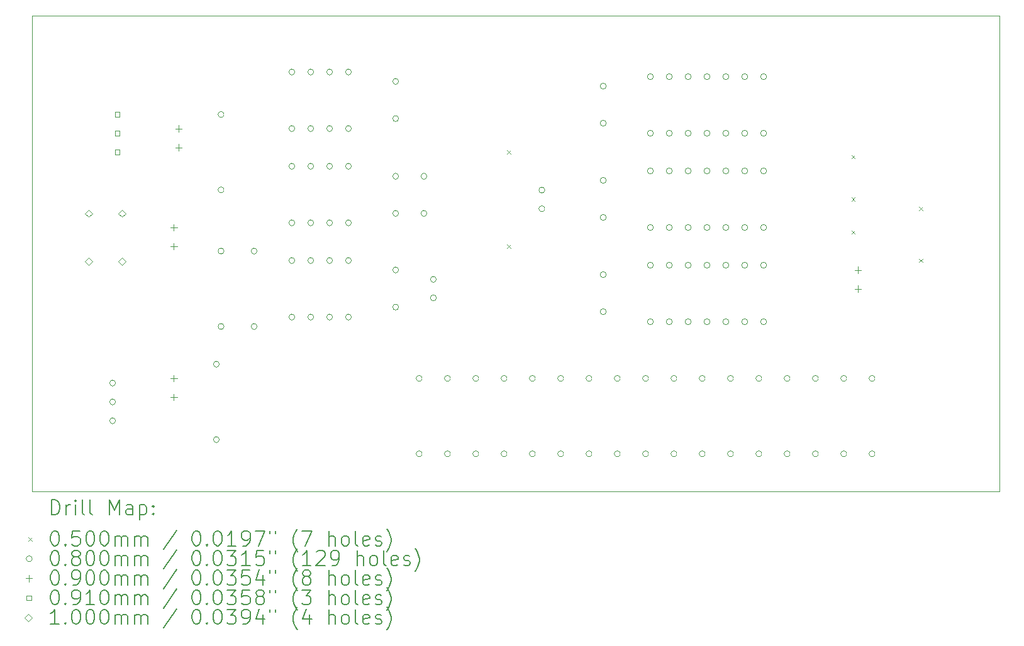
<source format=gbr>
%FSLAX45Y45*%
G04 Gerber Fmt 4.5, Leading zero omitted, Abs format (unit mm)*
G04 Created by KiCad (PCBNEW (6.0.0)) date 2022-01-09 16:02:59*
%MOMM*%
%LPD*%
G01*
G04 APERTURE LIST*
%TA.AperFunction,Profile*%
%ADD10C,0.050000*%
%TD*%
%ADD11C,0.200000*%
%ADD12C,0.050000*%
%ADD13C,0.080000*%
%ADD14C,0.090000*%
%ADD15C,0.091000*%
%ADD16C,0.099999*%
G04 APERTURE END LIST*
D10*
X9207500Y-13398500D02*
X9207500Y-6985000D01*
X9207500Y-6985000D02*
X22225000Y-6985000D01*
X9207500Y-13398500D02*
X22225000Y-13398500D01*
X22225000Y-6985000D02*
X22225000Y-13398500D01*
D11*
D12*
X15596000Y-8801500D02*
X15646000Y-8851500D01*
X15646000Y-8801500D02*
X15596000Y-8851500D01*
X15596000Y-10071500D02*
X15646000Y-10121500D01*
X15646000Y-10071500D02*
X15596000Y-10121500D01*
X20231500Y-8865000D02*
X20281500Y-8915000D01*
X20281500Y-8865000D02*
X20231500Y-8915000D01*
X20231500Y-9436500D02*
X20281500Y-9486500D01*
X20281500Y-9436500D02*
X20231500Y-9486500D01*
X20231500Y-9881000D02*
X20281500Y-9931000D01*
X20281500Y-9881000D02*
X20231500Y-9931000D01*
X21145000Y-9563500D02*
X21195000Y-9613500D01*
X21195000Y-9563500D02*
X21145000Y-9613500D01*
X21145000Y-10262000D02*
X21195000Y-10312000D01*
X21195000Y-10262000D02*
X21145000Y-10312000D01*
D13*
X10327000Y-11938000D02*
G75*
G03*
X10327000Y-11938000I-40000J0D01*
G01*
X10327000Y-12192000D02*
G75*
G03*
X10327000Y-12192000I-40000J0D01*
G01*
X10327000Y-12446000D02*
G75*
G03*
X10327000Y-12446000I-40000J0D01*
G01*
X11724000Y-11684000D02*
G75*
G03*
X11724000Y-11684000I-40000J0D01*
G01*
X11724000Y-12700000D02*
G75*
G03*
X11724000Y-12700000I-40000J0D01*
G01*
X11787500Y-8318500D02*
G75*
G03*
X11787500Y-8318500I-40000J0D01*
G01*
X11787500Y-9334500D02*
G75*
G03*
X11787500Y-9334500I-40000J0D01*
G01*
X11787500Y-10160000D02*
G75*
G03*
X11787500Y-10160000I-40000J0D01*
G01*
X11787500Y-11176000D02*
G75*
G03*
X11787500Y-11176000I-40000J0D01*
G01*
X12232000Y-10160000D02*
G75*
G03*
X12232000Y-10160000I-40000J0D01*
G01*
X12232000Y-11176000D02*
G75*
G03*
X12232000Y-11176000I-40000J0D01*
G01*
X12740000Y-7747000D02*
G75*
G03*
X12740000Y-7747000I-40000J0D01*
G01*
X12740000Y-8509000D02*
G75*
G03*
X12740000Y-8509000I-40000J0D01*
G01*
X12740000Y-9017000D02*
G75*
G03*
X12740000Y-9017000I-40000J0D01*
G01*
X12740000Y-9779000D02*
G75*
G03*
X12740000Y-9779000I-40000J0D01*
G01*
X12740000Y-10287000D02*
G75*
G03*
X12740000Y-10287000I-40000J0D01*
G01*
X12740000Y-11049000D02*
G75*
G03*
X12740000Y-11049000I-40000J0D01*
G01*
X12994000Y-7747000D02*
G75*
G03*
X12994000Y-7747000I-40000J0D01*
G01*
X12994000Y-8509000D02*
G75*
G03*
X12994000Y-8509000I-40000J0D01*
G01*
X12994000Y-9017000D02*
G75*
G03*
X12994000Y-9017000I-40000J0D01*
G01*
X12994000Y-9779000D02*
G75*
G03*
X12994000Y-9779000I-40000J0D01*
G01*
X12994000Y-10287000D02*
G75*
G03*
X12994000Y-10287000I-40000J0D01*
G01*
X12994000Y-11049000D02*
G75*
G03*
X12994000Y-11049000I-40000J0D01*
G01*
X13248000Y-7747000D02*
G75*
G03*
X13248000Y-7747000I-40000J0D01*
G01*
X13248000Y-8509000D02*
G75*
G03*
X13248000Y-8509000I-40000J0D01*
G01*
X13248000Y-9017000D02*
G75*
G03*
X13248000Y-9017000I-40000J0D01*
G01*
X13248000Y-9779000D02*
G75*
G03*
X13248000Y-9779000I-40000J0D01*
G01*
X13248000Y-10287000D02*
G75*
G03*
X13248000Y-10287000I-40000J0D01*
G01*
X13248000Y-11049000D02*
G75*
G03*
X13248000Y-11049000I-40000J0D01*
G01*
X13502000Y-7747000D02*
G75*
G03*
X13502000Y-7747000I-40000J0D01*
G01*
X13502000Y-8509000D02*
G75*
G03*
X13502000Y-8509000I-40000J0D01*
G01*
X13502000Y-9017000D02*
G75*
G03*
X13502000Y-9017000I-40000J0D01*
G01*
X13502000Y-9779000D02*
G75*
G03*
X13502000Y-9779000I-40000J0D01*
G01*
X13502000Y-10287000D02*
G75*
G03*
X13502000Y-10287000I-40000J0D01*
G01*
X13502000Y-11049000D02*
G75*
G03*
X13502000Y-11049000I-40000J0D01*
G01*
X14137000Y-7874000D02*
G75*
G03*
X14137000Y-7874000I-40000J0D01*
G01*
X14137000Y-8374000D02*
G75*
G03*
X14137000Y-8374000I-40000J0D01*
G01*
X14137000Y-9152000D02*
G75*
G03*
X14137000Y-9152000I-40000J0D01*
G01*
X14137000Y-9652000D02*
G75*
G03*
X14137000Y-9652000I-40000J0D01*
G01*
X14137000Y-10414000D02*
G75*
G03*
X14137000Y-10414000I-40000J0D01*
G01*
X14137000Y-10914000D02*
G75*
G03*
X14137000Y-10914000I-40000J0D01*
G01*
X14454500Y-11874500D02*
G75*
G03*
X14454500Y-11874500I-40000J0D01*
G01*
X14454500Y-12890500D02*
G75*
G03*
X14454500Y-12890500I-40000J0D01*
G01*
X14518000Y-9152000D02*
G75*
G03*
X14518000Y-9152000I-40000J0D01*
G01*
X14518000Y-9652000D02*
G75*
G03*
X14518000Y-9652000I-40000J0D01*
G01*
X14645000Y-10541000D02*
G75*
G03*
X14645000Y-10541000I-40000J0D01*
G01*
X14645000Y-10791000D02*
G75*
G03*
X14645000Y-10791000I-40000J0D01*
G01*
X14835500Y-11874500D02*
G75*
G03*
X14835500Y-11874500I-40000J0D01*
G01*
X14835500Y-12890500D02*
G75*
G03*
X14835500Y-12890500I-40000J0D01*
G01*
X15216500Y-11874500D02*
G75*
G03*
X15216500Y-11874500I-40000J0D01*
G01*
X15216500Y-12890500D02*
G75*
G03*
X15216500Y-12890500I-40000J0D01*
G01*
X15597500Y-11874500D02*
G75*
G03*
X15597500Y-11874500I-40000J0D01*
G01*
X15597500Y-12890500D02*
G75*
G03*
X15597500Y-12890500I-40000J0D01*
G01*
X15978500Y-11874500D02*
G75*
G03*
X15978500Y-11874500I-40000J0D01*
G01*
X15978500Y-12890500D02*
G75*
G03*
X15978500Y-12890500I-40000J0D01*
G01*
X16105500Y-9338500D02*
G75*
G03*
X16105500Y-9338500I-40000J0D01*
G01*
X16105500Y-9588500D02*
G75*
G03*
X16105500Y-9588500I-40000J0D01*
G01*
X16359500Y-11874500D02*
G75*
G03*
X16359500Y-11874500I-40000J0D01*
G01*
X16359500Y-12890500D02*
G75*
G03*
X16359500Y-12890500I-40000J0D01*
G01*
X16740500Y-11874500D02*
G75*
G03*
X16740500Y-11874500I-40000J0D01*
G01*
X16740500Y-12890500D02*
G75*
G03*
X16740500Y-12890500I-40000J0D01*
G01*
X16931000Y-7937500D02*
G75*
G03*
X16931000Y-7937500I-40000J0D01*
G01*
X16931000Y-8437500D02*
G75*
G03*
X16931000Y-8437500I-40000J0D01*
G01*
X16931000Y-9207500D02*
G75*
G03*
X16931000Y-9207500I-40000J0D01*
G01*
X16931000Y-9707500D02*
G75*
G03*
X16931000Y-9707500I-40000J0D01*
G01*
X16931000Y-10477500D02*
G75*
G03*
X16931000Y-10477500I-40000J0D01*
G01*
X16931000Y-10977500D02*
G75*
G03*
X16931000Y-10977500I-40000J0D01*
G01*
X17121500Y-11874500D02*
G75*
G03*
X17121500Y-11874500I-40000J0D01*
G01*
X17121500Y-12890500D02*
G75*
G03*
X17121500Y-12890500I-40000J0D01*
G01*
X17502500Y-11874500D02*
G75*
G03*
X17502500Y-11874500I-40000J0D01*
G01*
X17502500Y-12890500D02*
G75*
G03*
X17502500Y-12890500I-40000J0D01*
G01*
X17566000Y-7810500D02*
G75*
G03*
X17566000Y-7810500I-40000J0D01*
G01*
X17566000Y-8572500D02*
G75*
G03*
X17566000Y-8572500I-40000J0D01*
G01*
X17566000Y-9080500D02*
G75*
G03*
X17566000Y-9080500I-40000J0D01*
G01*
X17566000Y-9842500D02*
G75*
G03*
X17566000Y-9842500I-40000J0D01*
G01*
X17566000Y-10350500D02*
G75*
G03*
X17566000Y-10350500I-40000J0D01*
G01*
X17566000Y-11112500D02*
G75*
G03*
X17566000Y-11112500I-40000J0D01*
G01*
X17820000Y-7810500D02*
G75*
G03*
X17820000Y-7810500I-40000J0D01*
G01*
X17820000Y-8572500D02*
G75*
G03*
X17820000Y-8572500I-40000J0D01*
G01*
X17820000Y-9080500D02*
G75*
G03*
X17820000Y-9080500I-40000J0D01*
G01*
X17820000Y-9842500D02*
G75*
G03*
X17820000Y-9842500I-40000J0D01*
G01*
X17820000Y-10350500D02*
G75*
G03*
X17820000Y-10350500I-40000J0D01*
G01*
X17820000Y-11112500D02*
G75*
G03*
X17820000Y-11112500I-40000J0D01*
G01*
X17883500Y-11874500D02*
G75*
G03*
X17883500Y-11874500I-40000J0D01*
G01*
X17883500Y-12890500D02*
G75*
G03*
X17883500Y-12890500I-40000J0D01*
G01*
X18074000Y-7810500D02*
G75*
G03*
X18074000Y-7810500I-40000J0D01*
G01*
X18074000Y-8572500D02*
G75*
G03*
X18074000Y-8572500I-40000J0D01*
G01*
X18074000Y-9080500D02*
G75*
G03*
X18074000Y-9080500I-40000J0D01*
G01*
X18074000Y-9842500D02*
G75*
G03*
X18074000Y-9842500I-40000J0D01*
G01*
X18074000Y-10350500D02*
G75*
G03*
X18074000Y-10350500I-40000J0D01*
G01*
X18074000Y-11112500D02*
G75*
G03*
X18074000Y-11112500I-40000J0D01*
G01*
X18264500Y-11874500D02*
G75*
G03*
X18264500Y-11874500I-40000J0D01*
G01*
X18264500Y-12890500D02*
G75*
G03*
X18264500Y-12890500I-40000J0D01*
G01*
X18328000Y-7810500D02*
G75*
G03*
X18328000Y-7810500I-40000J0D01*
G01*
X18328000Y-8572500D02*
G75*
G03*
X18328000Y-8572500I-40000J0D01*
G01*
X18328000Y-9080500D02*
G75*
G03*
X18328000Y-9080500I-40000J0D01*
G01*
X18328000Y-9842500D02*
G75*
G03*
X18328000Y-9842500I-40000J0D01*
G01*
X18328000Y-10350500D02*
G75*
G03*
X18328000Y-10350500I-40000J0D01*
G01*
X18328000Y-11112500D02*
G75*
G03*
X18328000Y-11112500I-40000J0D01*
G01*
X18582000Y-7810500D02*
G75*
G03*
X18582000Y-7810500I-40000J0D01*
G01*
X18582000Y-8572500D02*
G75*
G03*
X18582000Y-8572500I-40000J0D01*
G01*
X18582000Y-9080500D02*
G75*
G03*
X18582000Y-9080500I-40000J0D01*
G01*
X18582000Y-9842500D02*
G75*
G03*
X18582000Y-9842500I-40000J0D01*
G01*
X18582000Y-10350500D02*
G75*
G03*
X18582000Y-10350500I-40000J0D01*
G01*
X18582000Y-11112500D02*
G75*
G03*
X18582000Y-11112500I-40000J0D01*
G01*
X18645500Y-11874500D02*
G75*
G03*
X18645500Y-11874500I-40000J0D01*
G01*
X18645500Y-12890500D02*
G75*
G03*
X18645500Y-12890500I-40000J0D01*
G01*
X18836000Y-7810500D02*
G75*
G03*
X18836000Y-7810500I-40000J0D01*
G01*
X18836000Y-8572500D02*
G75*
G03*
X18836000Y-8572500I-40000J0D01*
G01*
X18836000Y-9080500D02*
G75*
G03*
X18836000Y-9080500I-40000J0D01*
G01*
X18836000Y-9842500D02*
G75*
G03*
X18836000Y-9842500I-40000J0D01*
G01*
X18836000Y-10350500D02*
G75*
G03*
X18836000Y-10350500I-40000J0D01*
G01*
X18836000Y-11112500D02*
G75*
G03*
X18836000Y-11112500I-40000J0D01*
G01*
X19026500Y-11874500D02*
G75*
G03*
X19026500Y-11874500I-40000J0D01*
G01*
X19026500Y-12890500D02*
G75*
G03*
X19026500Y-12890500I-40000J0D01*
G01*
X19090000Y-7810500D02*
G75*
G03*
X19090000Y-7810500I-40000J0D01*
G01*
X19090000Y-8572500D02*
G75*
G03*
X19090000Y-8572500I-40000J0D01*
G01*
X19090000Y-9080500D02*
G75*
G03*
X19090000Y-9080500I-40000J0D01*
G01*
X19090000Y-9842500D02*
G75*
G03*
X19090000Y-9842500I-40000J0D01*
G01*
X19090000Y-10350500D02*
G75*
G03*
X19090000Y-10350500I-40000J0D01*
G01*
X19090000Y-11112500D02*
G75*
G03*
X19090000Y-11112500I-40000J0D01*
G01*
X19407500Y-11874500D02*
G75*
G03*
X19407500Y-11874500I-40000J0D01*
G01*
X19407500Y-12890500D02*
G75*
G03*
X19407500Y-12890500I-40000J0D01*
G01*
X19788500Y-11874500D02*
G75*
G03*
X19788500Y-11874500I-40000J0D01*
G01*
X19788500Y-12890500D02*
G75*
G03*
X19788500Y-12890500I-40000J0D01*
G01*
X20169500Y-11874500D02*
G75*
G03*
X20169500Y-11874500I-40000J0D01*
G01*
X20169500Y-12890500D02*
G75*
G03*
X20169500Y-12890500I-40000J0D01*
G01*
X20550500Y-11874500D02*
G75*
G03*
X20550500Y-11874500I-40000J0D01*
G01*
X20550500Y-12890500D02*
G75*
G03*
X20550500Y-12890500I-40000J0D01*
G01*
D14*
X11112500Y-9797500D02*
X11112500Y-9887500D01*
X11067500Y-9842500D02*
X11157500Y-9842500D01*
X11112500Y-10051500D02*
X11112500Y-10141500D01*
X11067500Y-10096500D02*
X11157500Y-10096500D01*
X11112500Y-11829500D02*
X11112500Y-11919500D01*
X11067500Y-11874500D02*
X11157500Y-11874500D01*
X11112500Y-12083500D02*
X11112500Y-12173500D01*
X11067500Y-12128500D02*
X11157500Y-12128500D01*
X11176000Y-8464000D02*
X11176000Y-8554000D01*
X11131000Y-8509000D02*
X11221000Y-8509000D01*
X11176000Y-8718000D02*
X11176000Y-8808000D01*
X11131000Y-8763000D02*
X11221000Y-8763000D01*
X20320000Y-10369000D02*
X20320000Y-10459000D01*
X20275000Y-10414000D02*
X20365000Y-10414000D01*
X20320000Y-10623000D02*
X20320000Y-10713000D01*
X20275000Y-10668000D02*
X20365000Y-10668000D01*
D15*
X10382674Y-8350674D02*
X10382674Y-8286326D01*
X10318326Y-8286326D01*
X10318326Y-8350674D01*
X10382674Y-8350674D01*
X10382674Y-8604674D02*
X10382674Y-8540326D01*
X10318326Y-8540326D01*
X10318326Y-8604674D01*
X10382674Y-8604674D01*
X10382674Y-8858674D02*
X10382674Y-8794326D01*
X10318326Y-8794326D01*
X10318326Y-8858674D01*
X10382674Y-8858674D01*
D16*
X9964000Y-9702000D02*
X10014000Y-9652000D01*
X9964000Y-9602000D01*
X9914000Y-9652000D01*
X9964000Y-9702000D01*
X9964000Y-10352000D02*
X10014000Y-10302000D01*
X9964000Y-10252000D01*
X9914000Y-10302000D01*
X9964000Y-10352000D01*
X10414000Y-9702000D02*
X10464000Y-9652000D01*
X10414000Y-9602000D01*
X10364000Y-9652000D01*
X10414000Y-9702000D01*
X10414000Y-10352000D02*
X10464000Y-10302000D01*
X10414000Y-10252000D01*
X10364000Y-10302000D01*
X10414000Y-10352000D01*
D11*
X9462619Y-13711476D02*
X9462619Y-13511476D01*
X9510238Y-13511476D01*
X9538810Y-13521000D01*
X9557857Y-13540048D01*
X9567381Y-13559095D01*
X9576905Y-13597190D01*
X9576905Y-13625762D01*
X9567381Y-13663857D01*
X9557857Y-13682905D01*
X9538810Y-13701952D01*
X9510238Y-13711476D01*
X9462619Y-13711476D01*
X9662619Y-13711476D02*
X9662619Y-13578143D01*
X9662619Y-13616238D02*
X9672143Y-13597190D01*
X9681667Y-13587667D01*
X9700714Y-13578143D01*
X9719762Y-13578143D01*
X9786429Y-13711476D02*
X9786429Y-13578143D01*
X9786429Y-13511476D02*
X9776905Y-13521000D01*
X9786429Y-13530524D01*
X9795952Y-13521000D01*
X9786429Y-13511476D01*
X9786429Y-13530524D01*
X9910238Y-13711476D02*
X9891190Y-13701952D01*
X9881667Y-13682905D01*
X9881667Y-13511476D01*
X10015000Y-13711476D02*
X9995952Y-13701952D01*
X9986429Y-13682905D01*
X9986429Y-13511476D01*
X10243571Y-13711476D02*
X10243571Y-13511476D01*
X10310238Y-13654333D01*
X10376905Y-13511476D01*
X10376905Y-13711476D01*
X10557857Y-13711476D02*
X10557857Y-13606714D01*
X10548333Y-13587667D01*
X10529286Y-13578143D01*
X10491190Y-13578143D01*
X10472143Y-13587667D01*
X10557857Y-13701952D02*
X10538810Y-13711476D01*
X10491190Y-13711476D01*
X10472143Y-13701952D01*
X10462619Y-13682905D01*
X10462619Y-13663857D01*
X10472143Y-13644809D01*
X10491190Y-13635286D01*
X10538810Y-13635286D01*
X10557857Y-13625762D01*
X10653095Y-13578143D02*
X10653095Y-13778143D01*
X10653095Y-13587667D02*
X10672143Y-13578143D01*
X10710238Y-13578143D01*
X10729286Y-13587667D01*
X10738810Y-13597190D01*
X10748333Y-13616238D01*
X10748333Y-13673381D01*
X10738810Y-13692428D01*
X10729286Y-13701952D01*
X10710238Y-13711476D01*
X10672143Y-13711476D01*
X10653095Y-13701952D01*
X10834048Y-13692428D02*
X10843571Y-13701952D01*
X10834048Y-13711476D01*
X10824524Y-13701952D01*
X10834048Y-13692428D01*
X10834048Y-13711476D01*
X10834048Y-13587667D02*
X10843571Y-13597190D01*
X10834048Y-13606714D01*
X10824524Y-13597190D01*
X10834048Y-13587667D01*
X10834048Y-13606714D01*
D12*
X9155000Y-14016000D02*
X9205000Y-14066000D01*
X9205000Y-14016000D02*
X9155000Y-14066000D01*
D11*
X9500714Y-13931476D02*
X9519762Y-13931476D01*
X9538810Y-13941000D01*
X9548333Y-13950524D01*
X9557857Y-13969571D01*
X9567381Y-14007667D01*
X9567381Y-14055286D01*
X9557857Y-14093381D01*
X9548333Y-14112428D01*
X9538810Y-14121952D01*
X9519762Y-14131476D01*
X9500714Y-14131476D01*
X9481667Y-14121952D01*
X9472143Y-14112428D01*
X9462619Y-14093381D01*
X9453095Y-14055286D01*
X9453095Y-14007667D01*
X9462619Y-13969571D01*
X9472143Y-13950524D01*
X9481667Y-13941000D01*
X9500714Y-13931476D01*
X9653095Y-14112428D02*
X9662619Y-14121952D01*
X9653095Y-14131476D01*
X9643571Y-14121952D01*
X9653095Y-14112428D01*
X9653095Y-14131476D01*
X9843571Y-13931476D02*
X9748333Y-13931476D01*
X9738810Y-14026714D01*
X9748333Y-14017190D01*
X9767381Y-14007667D01*
X9815000Y-14007667D01*
X9834048Y-14017190D01*
X9843571Y-14026714D01*
X9853095Y-14045762D01*
X9853095Y-14093381D01*
X9843571Y-14112428D01*
X9834048Y-14121952D01*
X9815000Y-14131476D01*
X9767381Y-14131476D01*
X9748333Y-14121952D01*
X9738810Y-14112428D01*
X9976905Y-13931476D02*
X9995952Y-13931476D01*
X10015000Y-13941000D01*
X10024524Y-13950524D01*
X10034048Y-13969571D01*
X10043571Y-14007667D01*
X10043571Y-14055286D01*
X10034048Y-14093381D01*
X10024524Y-14112428D01*
X10015000Y-14121952D01*
X9995952Y-14131476D01*
X9976905Y-14131476D01*
X9957857Y-14121952D01*
X9948333Y-14112428D01*
X9938810Y-14093381D01*
X9929286Y-14055286D01*
X9929286Y-14007667D01*
X9938810Y-13969571D01*
X9948333Y-13950524D01*
X9957857Y-13941000D01*
X9976905Y-13931476D01*
X10167381Y-13931476D02*
X10186429Y-13931476D01*
X10205476Y-13941000D01*
X10215000Y-13950524D01*
X10224524Y-13969571D01*
X10234048Y-14007667D01*
X10234048Y-14055286D01*
X10224524Y-14093381D01*
X10215000Y-14112428D01*
X10205476Y-14121952D01*
X10186429Y-14131476D01*
X10167381Y-14131476D01*
X10148333Y-14121952D01*
X10138810Y-14112428D01*
X10129286Y-14093381D01*
X10119762Y-14055286D01*
X10119762Y-14007667D01*
X10129286Y-13969571D01*
X10138810Y-13950524D01*
X10148333Y-13941000D01*
X10167381Y-13931476D01*
X10319762Y-14131476D02*
X10319762Y-13998143D01*
X10319762Y-14017190D02*
X10329286Y-14007667D01*
X10348333Y-13998143D01*
X10376905Y-13998143D01*
X10395952Y-14007667D01*
X10405476Y-14026714D01*
X10405476Y-14131476D01*
X10405476Y-14026714D02*
X10415000Y-14007667D01*
X10434048Y-13998143D01*
X10462619Y-13998143D01*
X10481667Y-14007667D01*
X10491190Y-14026714D01*
X10491190Y-14131476D01*
X10586429Y-14131476D02*
X10586429Y-13998143D01*
X10586429Y-14017190D02*
X10595952Y-14007667D01*
X10615000Y-13998143D01*
X10643571Y-13998143D01*
X10662619Y-14007667D01*
X10672143Y-14026714D01*
X10672143Y-14131476D01*
X10672143Y-14026714D02*
X10681667Y-14007667D01*
X10700714Y-13998143D01*
X10729286Y-13998143D01*
X10748333Y-14007667D01*
X10757857Y-14026714D01*
X10757857Y-14131476D01*
X11148333Y-13921952D02*
X10976905Y-14179095D01*
X11405476Y-13931476D02*
X11424524Y-13931476D01*
X11443571Y-13941000D01*
X11453095Y-13950524D01*
X11462619Y-13969571D01*
X11472143Y-14007667D01*
X11472143Y-14055286D01*
X11462619Y-14093381D01*
X11453095Y-14112428D01*
X11443571Y-14121952D01*
X11424524Y-14131476D01*
X11405476Y-14131476D01*
X11386428Y-14121952D01*
X11376905Y-14112428D01*
X11367381Y-14093381D01*
X11357857Y-14055286D01*
X11357857Y-14007667D01*
X11367381Y-13969571D01*
X11376905Y-13950524D01*
X11386428Y-13941000D01*
X11405476Y-13931476D01*
X11557857Y-14112428D02*
X11567381Y-14121952D01*
X11557857Y-14131476D01*
X11548333Y-14121952D01*
X11557857Y-14112428D01*
X11557857Y-14131476D01*
X11691190Y-13931476D02*
X11710238Y-13931476D01*
X11729286Y-13941000D01*
X11738809Y-13950524D01*
X11748333Y-13969571D01*
X11757857Y-14007667D01*
X11757857Y-14055286D01*
X11748333Y-14093381D01*
X11738809Y-14112428D01*
X11729286Y-14121952D01*
X11710238Y-14131476D01*
X11691190Y-14131476D01*
X11672143Y-14121952D01*
X11662619Y-14112428D01*
X11653095Y-14093381D01*
X11643571Y-14055286D01*
X11643571Y-14007667D01*
X11653095Y-13969571D01*
X11662619Y-13950524D01*
X11672143Y-13941000D01*
X11691190Y-13931476D01*
X11948333Y-14131476D02*
X11834048Y-14131476D01*
X11891190Y-14131476D02*
X11891190Y-13931476D01*
X11872143Y-13960048D01*
X11853095Y-13979095D01*
X11834048Y-13988619D01*
X12043571Y-14131476D02*
X12081667Y-14131476D01*
X12100714Y-14121952D01*
X12110238Y-14112428D01*
X12129286Y-14083857D01*
X12138809Y-14045762D01*
X12138809Y-13969571D01*
X12129286Y-13950524D01*
X12119762Y-13941000D01*
X12100714Y-13931476D01*
X12062619Y-13931476D01*
X12043571Y-13941000D01*
X12034048Y-13950524D01*
X12024524Y-13969571D01*
X12024524Y-14017190D01*
X12034048Y-14036238D01*
X12043571Y-14045762D01*
X12062619Y-14055286D01*
X12100714Y-14055286D01*
X12119762Y-14045762D01*
X12129286Y-14036238D01*
X12138809Y-14017190D01*
X12205476Y-13931476D02*
X12338809Y-13931476D01*
X12253095Y-14131476D01*
X12405476Y-13931476D02*
X12405476Y-13969571D01*
X12481667Y-13931476D02*
X12481667Y-13969571D01*
X12776905Y-14207667D02*
X12767381Y-14198143D01*
X12748333Y-14169571D01*
X12738809Y-14150524D01*
X12729286Y-14121952D01*
X12719762Y-14074333D01*
X12719762Y-14036238D01*
X12729286Y-13988619D01*
X12738809Y-13960048D01*
X12748333Y-13941000D01*
X12767381Y-13912428D01*
X12776905Y-13902905D01*
X12834048Y-13931476D02*
X12967381Y-13931476D01*
X12881667Y-14131476D01*
X13195952Y-14131476D02*
X13195952Y-13931476D01*
X13281667Y-14131476D02*
X13281667Y-14026714D01*
X13272143Y-14007667D01*
X13253095Y-13998143D01*
X13224524Y-13998143D01*
X13205476Y-14007667D01*
X13195952Y-14017190D01*
X13405476Y-14131476D02*
X13386428Y-14121952D01*
X13376905Y-14112428D01*
X13367381Y-14093381D01*
X13367381Y-14036238D01*
X13376905Y-14017190D01*
X13386428Y-14007667D01*
X13405476Y-13998143D01*
X13434048Y-13998143D01*
X13453095Y-14007667D01*
X13462619Y-14017190D01*
X13472143Y-14036238D01*
X13472143Y-14093381D01*
X13462619Y-14112428D01*
X13453095Y-14121952D01*
X13434048Y-14131476D01*
X13405476Y-14131476D01*
X13586428Y-14131476D02*
X13567381Y-14121952D01*
X13557857Y-14102905D01*
X13557857Y-13931476D01*
X13738809Y-14121952D02*
X13719762Y-14131476D01*
X13681667Y-14131476D01*
X13662619Y-14121952D01*
X13653095Y-14102905D01*
X13653095Y-14026714D01*
X13662619Y-14007667D01*
X13681667Y-13998143D01*
X13719762Y-13998143D01*
X13738809Y-14007667D01*
X13748333Y-14026714D01*
X13748333Y-14045762D01*
X13653095Y-14064809D01*
X13824524Y-14121952D02*
X13843571Y-14131476D01*
X13881667Y-14131476D01*
X13900714Y-14121952D01*
X13910238Y-14102905D01*
X13910238Y-14093381D01*
X13900714Y-14074333D01*
X13881667Y-14064809D01*
X13853095Y-14064809D01*
X13834048Y-14055286D01*
X13824524Y-14036238D01*
X13824524Y-14026714D01*
X13834048Y-14007667D01*
X13853095Y-13998143D01*
X13881667Y-13998143D01*
X13900714Y-14007667D01*
X13976905Y-14207667D02*
X13986428Y-14198143D01*
X14005476Y-14169571D01*
X14015000Y-14150524D01*
X14024524Y-14121952D01*
X14034048Y-14074333D01*
X14034048Y-14036238D01*
X14024524Y-13988619D01*
X14015000Y-13960048D01*
X14005476Y-13941000D01*
X13986428Y-13912428D01*
X13976905Y-13902905D01*
D13*
X9205000Y-14305000D02*
G75*
G03*
X9205000Y-14305000I-40000J0D01*
G01*
D11*
X9500714Y-14195476D02*
X9519762Y-14195476D01*
X9538810Y-14205000D01*
X9548333Y-14214524D01*
X9557857Y-14233571D01*
X9567381Y-14271667D01*
X9567381Y-14319286D01*
X9557857Y-14357381D01*
X9548333Y-14376428D01*
X9538810Y-14385952D01*
X9519762Y-14395476D01*
X9500714Y-14395476D01*
X9481667Y-14385952D01*
X9472143Y-14376428D01*
X9462619Y-14357381D01*
X9453095Y-14319286D01*
X9453095Y-14271667D01*
X9462619Y-14233571D01*
X9472143Y-14214524D01*
X9481667Y-14205000D01*
X9500714Y-14195476D01*
X9653095Y-14376428D02*
X9662619Y-14385952D01*
X9653095Y-14395476D01*
X9643571Y-14385952D01*
X9653095Y-14376428D01*
X9653095Y-14395476D01*
X9776905Y-14281190D02*
X9757857Y-14271667D01*
X9748333Y-14262143D01*
X9738810Y-14243095D01*
X9738810Y-14233571D01*
X9748333Y-14214524D01*
X9757857Y-14205000D01*
X9776905Y-14195476D01*
X9815000Y-14195476D01*
X9834048Y-14205000D01*
X9843571Y-14214524D01*
X9853095Y-14233571D01*
X9853095Y-14243095D01*
X9843571Y-14262143D01*
X9834048Y-14271667D01*
X9815000Y-14281190D01*
X9776905Y-14281190D01*
X9757857Y-14290714D01*
X9748333Y-14300238D01*
X9738810Y-14319286D01*
X9738810Y-14357381D01*
X9748333Y-14376428D01*
X9757857Y-14385952D01*
X9776905Y-14395476D01*
X9815000Y-14395476D01*
X9834048Y-14385952D01*
X9843571Y-14376428D01*
X9853095Y-14357381D01*
X9853095Y-14319286D01*
X9843571Y-14300238D01*
X9834048Y-14290714D01*
X9815000Y-14281190D01*
X9976905Y-14195476D02*
X9995952Y-14195476D01*
X10015000Y-14205000D01*
X10024524Y-14214524D01*
X10034048Y-14233571D01*
X10043571Y-14271667D01*
X10043571Y-14319286D01*
X10034048Y-14357381D01*
X10024524Y-14376428D01*
X10015000Y-14385952D01*
X9995952Y-14395476D01*
X9976905Y-14395476D01*
X9957857Y-14385952D01*
X9948333Y-14376428D01*
X9938810Y-14357381D01*
X9929286Y-14319286D01*
X9929286Y-14271667D01*
X9938810Y-14233571D01*
X9948333Y-14214524D01*
X9957857Y-14205000D01*
X9976905Y-14195476D01*
X10167381Y-14195476D02*
X10186429Y-14195476D01*
X10205476Y-14205000D01*
X10215000Y-14214524D01*
X10224524Y-14233571D01*
X10234048Y-14271667D01*
X10234048Y-14319286D01*
X10224524Y-14357381D01*
X10215000Y-14376428D01*
X10205476Y-14385952D01*
X10186429Y-14395476D01*
X10167381Y-14395476D01*
X10148333Y-14385952D01*
X10138810Y-14376428D01*
X10129286Y-14357381D01*
X10119762Y-14319286D01*
X10119762Y-14271667D01*
X10129286Y-14233571D01*
X10138810Y-14214524D01*
X10148333Y-14205000D01*
X10167381Y-14195476D01*
X10319762Y-14395476D02*
X10319762Y-14262143D01*
X10319762Y-14281190D02*
X10329286Y-14271667D01*
X10348333Y-14262143D01*
X10376905Y-14262143D01*
X10395952Y-14271667D01*
X10405476Y-14290714D01*
X10405476Y-14395476D01*
X10405476Y-14290714D02*
X10415000Y-14271667D01*
X10434048Y-14262143D01*
X10462619Y-14262143D01*
X10481667Y-14271667D01*
X10491190Y-14290714D01*
X10491190Y-14395476D01*
X10586429Y-14395476D02*
X10586429Y-14262143D01*
X10586429Y-14281190D02*
X10595952Y-14271667D01*
X10615000Y-14262143D01*
X10643571Y-14262143D01*
X10662619Y-14271667D01*
X10672143Y-14290714D01*
X10672143Y-14395476D01*
X10672143Y-14290714D02*
X10681667Y-14271667D01*
X10700714Y-14262143D01*
X10729286Y-14262143D01*
X10748333Y-14271667D01*
X10757857Y-14290714D01*
X10757857Y-14395476D01*
X11148333Y-14185952D02*
X10976905Y-14443095D01*
X11405476Y-14195476D02*
X11424524Y-14195476D01*
X11443571Y-14205000D01*
X11453095Y-14214524D01*
X11462619Y-14233571D01*
X11472143Y-14271667D01*
X11472143Y-14319286D01*
X11462619Y-14357381D01*
X11453095Y-14376428D01*
X11443571Y-14385952D01*
X11424524Y-14395476D01*
X11405476Y-14395476D01*
X11386428Y-14385952D01*
X11376905Y-14376428D01*
X11367381Y-14357381D01*
X11357857Y-14319286D01*
X11357857Y-14271667D01*
X11367381Y-14233571D01*
X11376905Y-14214524D01*
X11386428Y-14205000D01*
X11405476Y-14195476D01*
X11557857Y-14376428D02*
X11567381Y-14385952D01*
X11557857Y-14395476D01*
X11548333Y-14385952D01*
X11557857Y-14376428D01*
X11557857Y-14395476D01*
X11691190Y-14195476D02*
X11710238Y-14195476D01*
X11729286Y-14205000D01*
X11738809Y-14214524D01*
X11748333Y-14233571D01*
X11757857Y-14271667D01*
X11757857Y-14319286D01*
X11748333Y-14357381D01*
X11738809Y-14376428D01*
X11729286Y-14385952D01*
X11710238Y-14395476D01*
X11691190Y-14395476D01*
X11672143Y-14385952D01*
X11662619Y-14376428D01*
X11653095Y-14357381D01*
X11643571Y-14319286D01*
X11643571Y-14271667D01*
X11653095Y-14233571D01*
X11662619Y-14214524D01*
X11672143Y-14205000D01*
X11691190Y-14195476D01*
X11824524Y-14195476D02*
X11948333Y-14195476D01*
X11881667Y-14271667D01*
X11910238Y-14271667D01*
X11929286Y-14281190D01*
X11938809Y-14290714D01*
X11948333Y-14309762D01*
X11948333Y-14357381D01*
X11938809Y-14376428D01*
X11929286Y-14385952D01*
X11910238Y-14395476D01*
X11853095Y-14395476D01*
X11834048Y-14385952D01*
X11824524Y-14376428D01*
X12138809Y-14395476D02*
X12024524Y-14395476D01*
X12081667Y-14395476D02*
X12081667Y-14195476D01*
X12062619Y-14224048D01*
X12043571Y-14243095D01*
X12024524Y-14252619D01*
X12319762Y-14195476D02*
X12224524Y-14195476D01*
X12215000Y-14290714D01*
X12224524Y-14281190D01*
X12243571Y-14271667D01*
X12291190Y-14271667D01*
X12310238Y-14281190D01*
X12319762Y-14290714D01*
X12329286Y-14309762D01*
X12329286Y-14357381D01*
X12319762Y-14376428D01*
X12310238Y-14385952D01*
X12291190Y-14395476D01*
X12243571Y-14395476D01*
X12224524Y-14385952D01*
X12215000Y-14376428D01*
X12405476Y-14195476D02*
X12405476Y-14233571D01*
X12481667Y-14195476D02*
X12481667Y-14233571D01*
X12776905Y-14471667D02*
X12767381Y-14462143D01*
X12748333Y-14433571D01*
X12738809Y-14414524D01*
X12729286Y-14385952D01*
X12719762Y-14338333D01*
X12719762Y-14300238D01*
X12729286Y-14252619D01*
X12738809Y-14224048D01*
X12748333Y-14205000D01*
X12767381Y-14176428D01*
X12776905Y-14166905D01*
X12957857Y-14395476D02*
X12843571Y-14395476D01*
X12900714Y-14395476D02*
X12900714Y-14195476D01*
X12881667Y-14224048D01*
X12862619Y-14243095D01*
X12843571Y-14252619D01*
X13034048Y-14214524D02*
X13043571Y-14205000D01*
X13062619Y-14195476D01*
X13110238Y-14195476D01*
X13129286Y-14205000D01*
X13138809Y-14214524D01*
X13148333Y-14233571D01*
X13148333Y-14252619D01*
X13138809Y-14281190D01*
X13024524Y-14395476D01*
X13148333Y-14395476D01*
X13243571Y-14395476D02*
X13281667Y-14395476D01*
X13300714Y-14385952D01*
X13310238Y-14376428D01*
X13329286Y-14347857D01*
X13338809Y-14309762D01*
X13338809Y-14233571D01*
X13329286Y-14214524D01*
X13319762Y-14205000D01*
X13300714Y-14195476D01*
X13262619Y-14195476D01*
X13243571Y-14205000D01*
X13234048Y-14214524D01*
X13224524Y-14233571D01*
X13224524Y-14281190D01*
X13234048Y-14300238D01*
X13243571Y-14309762D01*
X13262619Y-14319286D01*
X13300714Y-14319286D01*
X13319762Y-14309762D01*
X13329286Y-14300238D01*
X13338809Y-14281190D01*
X13576905Y-14395476D02*
X13576905Y-14195476D01*
X13662619Y-14395476D02*
X13662619Y-14290714D01*
X13653095Y-14271667D01*
X13634048Y-14262143D01*
X13605476Y-14262143D01*
X13586428Y-14271667D01*
X13576905Y-14281190D01*
X13786428Y-14395476D02*
X13767381Y-14385952D01*
X13757857Y-14376428D01*
X13748333Y-14357381D01*
X13748333Y-14300238D01*
X13757857Y-14281190D01*
X13767381Y-14271667D01*
X13786428Y-14262143D01*
X13815000Y-14262143D01*
X13834048Y-14271667D01*
X13843571Y-14281190D01*
X13853095Y-14300238D01*
X13853095Y-14357381D01*
X13843571Y-14376428D01*
X13834048Y-14385952D01*
X13815000Y-14395476D01*
X13786428Y-14395476D01*
X13967381Y-14395476D02*
X13948333Y-14385952D01*
X13938809Y-14366905D01*
X13938809Y-14195476D01*
X14119762Y-14385952D02*
X14100714Y-14395476D01*
X14062619Y-14395476D01*
X14043571Y-14385952D01*
X14034048Y-14366905D01*
X14034048Y-14290714D01*
X14043571Y-14271667D01*
X14062619Y-14262143D01*
X14100714Y-14262143D01*
X14119762Y-14271667D01*
X14129286Y-14290714D01*
X14129286Y-14309762D01*
X14034048Y-14328809D01*
X14205476Y-14385952D02*
X14224524Y-14395476D01*
X14262619Y-14395476D01*
X14281667Y-14385952D01*
X14291190Y-14366905D01*
X14291190Y-14357381D01*
X14281667Y-14338333D01*
X14262619Y-14328809D01*
X14234048Y-14328809D01*
X14215000Y-14319286D01*
X14205476Y-14300238D01*
X14205476Y-14290714D01*
X14215000Y-14271667D01*
X14234048Y-14262143D01*
X14262619Y-14262143D01*
X14281667Y-14271667D01*
X14357857Y-14471667D02*
X14367381Y-14462143D01*
X14386428Y-14433571D01*
X14395952Y-14414524D01*
X14405476Y-14385952D01*
X14415000Y-14338333D01*
X14415000Y-14300238D01*
X14405476Y-14252619D01*
X14395952Y-14224048D01*
X14386428Y-14205000D01*
X14367381Y-14176428D01*
X14357857Y-14166905D01*
D14*
X9160000Y-14524000D02*
X9160000Y-14614000D01*
X9115000Y-14569000D02*
X9205000Y-14569000D01*
D11*
X9500714Y-14459476D02*
X9519762Y-14459476D01*
X9538810Y-14469000D01*
X9548333Y-14478524D01*
X9557857Y-14497571D01*
X9567381Y-14535667D01*
X9567381Y-14583286D01*
X9557857Y-14621381D01*
X9548333Y-14640428D01*
X9538810Y-14649952D01*
X9519762Y-14659476D01*
X9500714Y-14659476D01*
X9481667Y-14649952D01*
X9472143Y-14640428D01*
X9462619Y-14621381D01*
X9453095Y-14583286D01*
X9453095Y-14535667D01*
X9462619Y-14497571D01*
X9472143Y-14478524D01*
X9481667Y-14469000D01*
X9500714Y-14459476D01*
X9653095Y-14640428D02*
X9662619Y-14649952D01*
X9653095Y-14659476D01*
X9643571Y-14649952D01*
X9653095Y-14640428D01*
X9653095Y-14659476D01*
X9757857Y-14659476D02*
X9795952Y-14659476D01*
X9815000Y-14649952D01*
X9824524Y-14640428D01*
X9843571Y-14611857D01*
X9853095Y-14573762D01*
X9853095Y-14497571D01*
X9843571Y-14478524D01*
X9834048Y-14469000D01*
X9815000Y-14459476D01*
X9776905Y-14459476D01*
X9757857Y-14469000D01*
X9748333Y-14478524D01*
X9738810Y-14497571D01*
X9738810Y-14545190D01*
X9748333Y-14564238D01*
X9757857Y-14573762D01*
X9776905Y-14583286D01*
X9815000Y-14583286D01*
X9834048Y-14573762D01*
X9843571Y-14564238D01*
X9853095Y-14545190D01*
X9976905Y-14459476D02*
X9995952Y-14459476D01*
X10015000Y-14469000D01*
X10024524Y-14478524D01*
X10034048Y-14497571D01*
X10043571Y-14535667D01*
X10043571Y-14583286D01*
X10034048Y-14621381D01*
X10024524Y-14640428D01*
X10015000Y-14649952D01*
X9995952Y-14659476D01*
X9976905Y-14659476D01*
X9957857Y-14649952D01*
X9948333Y-14640428D01*
X9938810Y-14621381D01*
X9929286Y-14583286D01*
X9929286Y-14535667D01*
X9938810Y-14497571D01*
X9948333Y-14478524D01*
X9957857Y-14469000D01*
X9976905Y-14459476D01*
X10167381Y-14459476D02*
X10186429Y-14459476D01*
X10205476Y-14469000D01*
X10215000Y-14478524D01*
X10224524Y-14497571D01*
X10234048Y-14535667D01*
X10234048Y-14583286D01*
X10224524Y-14621381D01*
X10215000Y-14640428D01*
X10205476Y-14649952D01*
X10186429Y-14659476D01*
X10167381Y-14659476D01*
X10148333Y-14649952D01*
X10138810Y-14640428D01*
X10129286Y-14621381D01*
X10119762Y-14583286D01*
X10119762Y-14535667D01*
X10129286Y-14497571D01*
X10138810Y-14478524D01*
X10148333Y-14469000D01*
X10167381Y-14459476D01*
X10319762Y-14659476D02*
X10319762Y-14526143D01*
X10319762Y-14545190D02*
X10329286Y-14535667D01*
X10348333Y-14526143D01*
X10376905Y-14526143D01*
X10395952Y-14535667D01*
X10405476Y-14554714D01*
X10405476Y-14659476D01*
X10405476Y-14554714D02*
X10415000Y-14535667D01*
X10434048Y-14526143D01*
X10462619Y-14526143D01*
X10481667Y-14535667D01*
X10491190Y-14554714D01*
X10491190Y-14659476D01*
X10586429Y-14659476D02*
X10586429Y-14526143D01*
X10586429Y-14545190D02*
X10595952Y-14535667D01*
X10615000Y-14526143D01*
X10643571Y-14526143D01*
X10662619Y-14535667D01*
X10672143Y-14554714D01*
X10672143Y-14659476D01*
X10672143Y-14554714D02*
X10681667Y-14535667D01*
X10700714Y-14526143D01*
X10729286Y-14526143D01*
X10748333Y-14535667D01*
X10757857Y-14554714D01*
X10757857Y-14659476D01*
X11148333Y-14449952D02*
X10976905Y-14707095D01*
X11405476Y-14459476D02*
X11424524Y-14459476D01*
X11443571Y-14469000D01*
X11453095Y-14478524D01*
X11462619Y-14497571D01*
X11472143Y-14535667D01*
X11472143Y-14583286D01*
X11462619Y-14621381D01*
X11453095Y-14640428D01*
X11443571Y-14649952D01*
X11424524Y-14659476D01*
X11405476Y-14659476D01*
X11386428Y-14649952D01*
X11376905Y-14640428D01*
X11367381Y-14621381D01*
X11357857Y-14583286D01*
X11357857Y-14535667D01*
X11367381Y-14497571D01*
X11376905Y-14478524D01*
X11386428Y-14469000D01*
X11405476Y-14459476D01*
X11557857Y-14640428D02*
X11567381Y-14649952D01*
X11557857Y-14659476D01*
X11548333Y-14649952D01*
X11557857Y-14640428D01*
X11557857Y-14659476D01*
X11691190Y-14459476D02*
X11710238Y-14459476D01*
X11729286Y-14469000D01*
X11738809Y-14478524D01*
X11748333Y-14497571D01*
X11757857Y-14535667D01*
X11757857Y-14583286D01*
X11748333Y-14621381D01*
X11738809Y-14640428D01*
X11729286Y-14649952D01*
X11710238Y-14659476D01*
X11691190Y-14659476D01*
X11672143Y-14649952D01*
X11662619Y-14640428D01*
X11653095Y-14621381D01*
X11643571Y-14583286D01*
X11643571Y-14535667D01*
X11653095Y-14497571D01*
X11662619Y-14478524D01*
X11672143Y-14469000D01*
X11691190Y-14459476D01*
X11824524Y-14459476D02*
X11948333Y-14459476D01*
X11881667Y-14535667D01*
X11910238Y-14535667D01*
X11929286Y-14545190D01*
X11938809Y-14554714D01*
X11948333Y-14573762D01*
X11948333Y-14621381D01*
X11938809Y-14640428D01*
X11929286Y-14649952D01*
X11910238Y-14659476D01*
X11853095Y-14659476D01*
X11834048Y-14649952D01*
X11824524Y-14640428D01*
X12129286Y-14459476D02*
X12034048Y-14459476D01*
X12024524Y-14554714D01*
X12034048Y-14545190D01*
X12053095Y-14535667D01*
X12100714Y-14535667D01*
X12119762Y-14545190D01*
X12129286Y-14554714D01*
X12138809Y-14573762D01*
X12138809Y-14621381D01*
X12129286Y-14640428D01*
X12119762Y-14649952D01*
X12100714Y-14659476D01*
X12053095Y-14659476D01*
X12034048Y-14649952D01*
X12024524Y-14640428D01*
X12310238Y-14526143D02*
X12310238Y-14659476D01*
X12262619Y-14449952D02*
X12215000Y-14592809D01*
X12338809Y-14592809D01*
X12405476Y-14459476D02*
X12405476Y-14497571D01*
X12481667Y-14459476D02*
X12481667Y-14497571D01*
X12776905Y-14735667D02*
X12767381Y-14726143D01*
X12748333Y-14697571D01*
X12738809Y-14678524D01*
X12729286Y-14649952D01*
X12719762Y-14602333D01*
X12719762Y-14564238D01*
X12729286Y-14516619D01*
X12738809Y-14488048D01*
X12748333Y-14469000D01*
X12767381Y-14440428D01*
X12776905Y-14430905D01*
X12881667Y-14545190D02*
X12862619Y-14535667D01*
X12853095Y-14526143D01*
X12843571Y-14507095D01*
X12843571Y-14497571D01*
X12853095Y-14478524D01*
X12862619Y-14469000D01*
X12881667Y-14459476D01*
X12919762Y-14459476D01*
X12938809Y-14469000D01*
X12948333Y-14478524D01*
X12957857Y-14497571D01*
X12957857Y-14507095D01*
X12948333Y-14526143D01*
X12938809Y-14535667D01*
X12919762Y-14545190D01*
X12881667Y-14545190D01*
X12862619Y-14554714D01*
X12853095Y-14564238D01*
X12843571Y-14583286D01*
X12843571Y-14621381D01*
X12853095Y-14640428D01*
X12862619Y-14649952D01*
X12881667Y-14659476D01*
X12919762Y-14659476D01*
X12938809Y-14649952D01*
X12948333Y-14640428D01*
X12957857Y-14621381D01*
X12957857Y-14583286D01*
X12948333Y-14564238D01*
X12938809Y-14554714D01*
X12919762Y-14545190D01*
X13195952Y-14659476D02*
X13195952Y-14459476D01*
X13281667Y-14659476D02*
X13281667Y-14554714D01*
X13272143Y-14535667D01*
X13253095Y-14526143D01*
X13224524Y-14526143D01*
X13205476Y-14535667D01*
X13195952Y-14545190D01*
X13405476Y-14659476D02*
X13386428Y-14649952D01*
X13376905Y-14640428D01*
X13367381Y-14621381D01*
X13367381Y-14564238D01*
X13376905Y-14545190D01*
X13386428Y-14535667D01*
X13405476Y-14526143D01*
X13434048Y-14526143D01*
X13453095Y-14535667D01*
X13462619Y-14545190D01*
X13472143Y-14564238D01*
X13472143Y-14621381D01*
X13462619Y-14640428D01*
X13453095Y-14649952D01*
X13434048Y-14659476D01*
X13405476Y-14659476D01*
X13586428Y-14659476D02*
X13567381Y-14649952D01*
X13557857Y-14630905D01*
X13557857Y-14459476D01*
X13738809Y-14649952D02*
X13719762Y-14659476D01*
X13681667Y-14659476D01*
X13662619Y-14649952D01*
X13653095Y-14630905D01*
X13653095Y-14554714D01*
X13662619Y-14535667D01*
X13681667Y-14526143D01*
X13719762Y-14526143D01*
X13738809Y-14535667D01*
X13748333Y-14554714D01*
X13748333Y-14573762D01*
X13653095Y-14592809D01*
X13824524Y-14649952D02*
X13843571Y-14659476D01*
X13881667Y-14659476D01*
X13900714Y-14649952D01*
X13910238Y-14630905D01*
X13910238Y-14621381D01*
X13900714Y-14602333D01*
X13881667Y-14592809D01*
X13853095Y-14592809D01*
X13834048Y-14583286D01*
X13824524Y-14564238D01*
X13824524Y-14554714D01*
X13834048Y-14535667D01*
X13853095Y-14526143D01*
X13881667Y-14526143D01*
X13900714Y-14535667D01*
X13976905Y-14735667D02*
X13986428Y-14726143D01*
X14005476Y-14697571D01*
X14015000Y-14678524D01*
X14024524Y-14649952D01*
X14034048Y-14602333D01*
X14034048Y-14564238D01*
X14024524Y-14516619D01*
X14015000Y-14488048D01*
X14005476Y-14469000D01*
X13986428Y-14440428D01*
X13976905Y-14430905D01*
D15*
X9191674Y-14865174D02*
X9191674Y-14800826D01*
X9127326Y-14800826D01*
X9127326Y-14865174D01*
X9191674Y-14865174D01*
D11*
X9500714Y-14723476D02*
X9519762Y-14723476D01*
X9538810Y-14733000D01*
X9548333Y-14742524D01*
X9557857Y-14761571D01*
X9567381Y-14799667D01*
X9567381Y-14847286D01*
X9557857Y-14885381D01*
X9548333Y-14904428D01*
X9538810Y-14913952D01*
X9519762Y-14923476D01*
X9500714Y-14923476D01*
X9481667Y-14913952D01*
X9472143Y-14904428D01*
X9462619Y-14885381D01*
X9453095Y-14847286D01*
X9453095Y-14799667D01*
X9462619Y-14761571D01*
X9472143Y-14742524D01*
X9481667Y-14733000D01*
X9500714Y-14723476D01*
X9653095Y-14904428D02*
X9662619Y-14913952D01*
X9653095Y-14923476D01*
X9643571Y-14913952D01*
X9653095Y-14904428D01*
X9653095Y-14923476D01*
X9757857Y-14923476D02*
X9795952Y-14923476D01*
X9815000Y-14913952D01*
X9824524Y-14904428D01*
X9843571Y-14875857D01*
X9853095Y-14837762D01*
X9853095Y-14761571D01*
X9843571Y-14742524D01*
X9834048Y-14733000D01*
X9815000Y-14723476D01*
X9776905Y-14723476D01*
X9757857Y-14733000D01*
X9748333Y-14742524D01*
X9738810Y-14761571D01*
X9738810Y-14809190D01*
X9748333Y-14828238D01*
X9757857Y-14837762D01*
X9776905Y-14847286D01*
X9815000Y-14847286D01*
X9834048Y-14837762D01*
X9843571Y-14828238D01*
X9853095Y-14809190D01*
X10043571Y-14923476D02*
X9929286Y-14923476D01*
X9986429Y-14923476D02*
X9986429Y-14723476D01*
X9967381Y-14752048D01*
X9948333Y-14771095D01*
X9929286Y-14780619D01*
X10167381Y-14723476D02*
X10186429Y-14723476D01*
X10205476Y-14733000D01*
X10215000Y-14742524D01*
X10224524Y-14761571D01*
X10234048Y-14799667D01*
X10234048Y-14847286D01*
X10224524Y-14885381D01*
X10215000Y-14904428D01*
X10205476Y-14913952D01*
X10186429Y-14923476D01*
X10167381Y-14923476D01*
X10148333Y-14913952D01*
X10138810Y-14904428D01*
X10129286Y-14885381D01*
X10119762Y-14847286D01*
X10119762Y-14799667D01*
X10129286Y-14761571D01*
X10138810Y-14742524D01*
X10148333Y-14733000D01*
X10167381Y-14723476D01*
X10319762Y-14923476D02*
X10319762Y-14790143D01*
X10319762Y-14809190D02*
X10329286Y-14799667D01*
X10348333Y-14790143D01*
X10376905Y-14790143D01*
X10395952Y-14799667D01*
X10405476Y-14818714D01*
X10405476Y-14923476D01*
X10405476Y-14818714D02*
X10415000Y-14799667D01*
X10434048Y-14790143D01*
X10462619Y-14790143D01*
X10481667Y-14799667D01*
X10491190Y-14818714D01*
X10491190Y-14923476D01*
X10586429Y-14923476D02*
X10586429Y-14790143D01*
X10586429Y-14809190D02*
X10595952Y-14799667D01*
X10615000Y-14790143D01*
X10643571Y-14790143D01*
X10662619Y-14799667D01*
X10672143Y-14818714D01*
X10672143Y-14923476D01*
X10672143Y-14818714D02*
X10681667Y-14799667D01*
X10700714Y-14790143D01*
X10729286Y-14790143D01*
X10748333Y-14799667D01*
X10757857Y-14818714D01*
X10757857Y-14923476D01*
X11148333Y-14713952D02*
X10976905Y-14971095D01*
X11405476Y-14723476D02*
X11424524Y-14723476D01*
X11443571Y-14733000D01*
X11453095Y-14742524D01*
X11462619Y-14761571D01*
X11472143Y-14799667D01*
X11472143Y-14847286D01*
X11462619Y-14885381D01*
X11453095Y-14904428D01*
X11443571Y-14913952D01*
X11424524Y-14923476D01*
X11405476Y-14923476D01*
X11386428Y-14913952D01*
X11376905Y-14904428D01*
X11367381Y-14885381D01*
X11357857Y-14847286D01*
X11357857Y-14799667D01*
X11367381Y-14761571D01*
X11376905Y-14742524D01*
X11386428Y-14733000D01*
X11405476Y-14723476D01*
X11557857Y-14904428D02*
X11567381Y-14913952D01*
X11557857Y-14923476D01*
X11548333Y-14913952D01*
X11557857Y-14904428D01*
X11557857Y-14923476D01*
X11691190Y-14723476D02*
X11710238Y-14723476D01*
X11729286Y-14733000D01*
X11738809Y-14742524D01*
X11748333Y-14761571D01*
X11757857Y-14799667D01*
X11757857Y-14847286D01*
X11748333Y-14885381D01*
X11738809Y-14904428D01*
X11729286Y-14913952D01*
X11710238Y-14923476D01*
X11691190Y-14923476D01*
X11672143Y-14913952D01*
X11662619Y-14904428D01*
X11653095Y-14885381D01*
X11643571Y-14847286D01*
X11643571Y-14799667D01*
X11653095Y-14761571D01*
X11662619Y-14742524D01*
X11672143Y-14733000D01*
X11691190Y-14723476D01*
X11824524Y-14723476D02*
X11948333Y-14723476D01*
X11881667Y-14799667D01*
X11910238Y-14799667D01*
X11929286Y-14809190D01*
X11938809Y-14818714D01*
X11948333Y-14837762D01*
X11948333Y-14885381D01*
X11938809Y-14904428D01*
X11929286Y-14913952D01*
X11910238Y-14923476D01*
X11853095Y-14923476D01*
X11834048Y-14913952D01*
X11824524Y-14904428D01*
X12129286Y-14723476D02*
X12034048Y-14723476D01*
X12024524Y-14818714D01*
X12034048Y-14809190D01*
X12053095Y-14799667D01*
X12100714Y-14799667D01*
X12119762Y-14809190D01*
X12129286Y-14818714D01*
X12138809Y-14837762D01*
X12138809Y-14885381D01*
X12129286Y-14904428D01*
X12119762Y-14913952D01*
X12100714Y-14923476D01*
X12053095Y-14923476D01*
X12034048Y-14913952D01*
X12024524Y-14904428D01*
X12253095Y-14809190D02*
X12234048Y-14799667D01*
X12224524Y-14790143D01*
X12215000Y-14771095D01*
X12215000Y-14761571D01*
X12224524Y-14742524D01*
X12234048Y-14733000D01*
X12253095Y-14723476D01*
X12291190Y-14723476D01*
X12310238Y-14733000D01*
X12319762Y-14742524D01*
X12329286Y-14761571D01*
X12329286Y-14771095D01*
X12319762Y-14790143D01*
X12310238Y-14799667D01*
X12291190Y-14809190D01*
X12253095Y-14809190D01*
X12234048Y-14818714D01*
X12224524Y-14828238D01*
X12215000Y-14847286D01*
X12215000Y-14885381D01*
X12224524Y-14904428D01*
X12234048Y-14913952D01*
X12253095Y-14923476D01*
X12291190Y-14923476D01*
X12310238Y-14913952D01*
X12319762Y-14904428D01*
X12329286Y-14885381D01*
X12329286Y-14847286D01*
X12319762Y-14828238D01*
X12310238Y-14818714D01*
X12291190Y-14809190D01*
X12405476Y-14723476D02*
X12405476Y-14761571D01*
X12481667Y-14723476D02*
X12481667Y-14761571D01*
X12776905Y-14999667D02*
X12767381Y-14990143D01*
X12748333Y-14961571D01*
X12738809Y-14942524D01*
X12729286Y-14913952D01*
X12719762Y-14866333D01*
X12719762Y-14828238D01*
X12729286Y-14780619D01*
X12738809Y-14752048D01*
X12748333Y-14733000D01*
X12767381Y-14704428D01*
X12776905Y-14694905D01*
X12834048Y-14723476D02*
X12957857Y-14723476D01*
X12891190Y-14799667D01*
X12919762Y-14799667D01*
X12938809Y-14809190D01*
X12948333Y-14818714D01*
X12957857Y-14837762D01*
X12957857Y-14885381D01*
X12948333Y-14904428D01*
X12938809Y-14913952D01*
X12919762Y-14923476D01*
X12862619Y-14923476D01*
X12843571Y-14913952D01*
X12834048Y-14904428D01*
X13195952Y-14923476D02*
X13195952Y-14723476D01*
X13281667Y-14923476D02*
X13281667Y-14818714D01*
X13272143Y-14799667D01*
X13253095Y-14790143D01*
X13224524Y-14790143D01*
X13205476Y-14799667D01*
X13195952Y-14809190D01*
X13405476Y-14923476D02*
X13386428Y-14913952D01*
X13376905Y-14904428D01*
X13367381Y-14885381D01*
X13367381Y-14828238D01*
X13376905Y-14809190D01*
X13386428Y-14799667D01*
X13405476Y-14790143D01*
X13434048Y-14790143D01*
X13453095Y-14799667D01*
X13462619Y-14809190D01*
X13472143Y-14828238D01*
X13472143Y-14885381D01*
X13462619Y-14904428D01*
X13453095Y-14913952D01*
X13434048Y-14923476D01*
X13405476Y-14923476D01*
X13586428Y-14923476D02*
X13567381Y-14913952D01*
X13557857Y-14894905D01*
X13557857Y-14723476D01*
X13738809Y-14913952D02*
X13719762Y-14923476D01*
X13681667Y-14923476D01*
X13662619Y-14913952D01*
X13653095Y-14894905D01*
X13653095Y-14818714D01*
X13662619Y-14799667D01*
X13681667Y-14790143D01*
X13719762Y-14790143D01*
X13738809Y-14799667D01*
X13748333Y-14818714D01*
X13748333Y-14837762D01*
X13653095Y-14856809D01*
X13824524Y-14913952D02*
X13843571Y-14923476D01*
X13881667Y-14923476D01*
X13900714Y-14913952D01*
X13910238Y-14894905D01*
X13910238Y-14885381D01*
X13900714Y-14866333D01*
X13881667Y-14856809D01*
X13853095Y-14856809D01*
X13834048Y-14847286D01*
X13824524Y-14828238D01*
X13824524Y-14818714D01*
X13834048Y-14799667D01*
X13853095Y-14790143D01*
X13881667Y-14790143D01*
X13900714Y-14799667D01*
X13976905Y-14999667D02*
X13986428Y-14990143D01*
X14005476Y-14961571D01*
X14015000Y-14942524D01*
X14024524Y-14913952D01*
X14034048Y-14866333D01*
X14034048Y-14828238D01*
X14024524Y-14780619D01*
X14015000Y-14752048D01*
X14005476Y-14733000D01*
X13986428Y-14704428D01*
X13976905Y-14694905D01*
D16*
X9155000Y-15147000D02*
X9205000Y-15097000D01*
X9155000Y-15047000D01*
X9105000Y-15097000D01*
X9155000Y-15147000D01*
D11*
X9567381Y-15187476D02*
X9453095Y-15187476D01*
X9510238Y-15187476D02*
X9510238Y-14987476D01*
X9491190Y-15016048D01*
X9472143Y-15035095D01*
X9453095Y-15044619D01*
X9653095Y-15168428D02*
X9662619Y-15177952D01*
X9653095Y-15187476D01*
X9643571Y-15177952D01*
X9653095Y-15168428D01*
X9653095Y-15187476D01*
X9786429Y-14987476D02*
X9805476Y-14987476D01*
X9824524Y-14997000D01*
X9834048Y-15006524D01*
X9843571Y-15025571D01*
X9853095Y-15063667D01*
X9853095Y-15111286D01*
X9843571Y-15149381D01*
X9834048Y-15168428D01*
X9824524Y-15177952D01*
X9805476Y-15187476D01*
X9786429Y-15187476D01*
X9767381Y-15177952D01*
X9757857Y-15168428D01*
X9748333Y-15149381D01*
X9738810Y-15111286D01*
X9738810Y-15063667D01*
X9748333Y-15025571D01*
X9757857Y-15006524D01*
X9767381Y-14997000D01*
X9786429Y-14987476D01*
X9976905Y-14987476D02*
X9995952Y-14987476D01*
X10015000Y-14997000D01*
X10024524Y-15006524D01*
X10034048Y-15025571D01*
X10043571Y-15063667D01*
X10043571Y-15111286D01*
X10034048Y-15149381D01*
X10024524Y-15168428D01*
X10015000Y-15177952D01*
X9995952Y-15187476D01*
X9976905Y-15187476D01*
X9957857Y-15177952D01*
X9948333Y-15168428D01*
X9938810Y-15149381D01*
X9929286Y-15111286D01*
X9929286Y-15063667D01*
X9938810Y-15025571D01*
X9948333Y-15006524D01*
X9957857Y-14997000D01*
X9976905Y-14987476D01*
X10167381Y-14987476D02*
X10186429Y-14987476D01*
X10205476Y-14997000D01*
X10215000Y-15006524D01*
X10224524Y-15025571D01*
X10234048Y-15063667D01*
X10234048Y-15111286D01*
X10224524Y-15149381D01*
X10215000Y-15168428D01*
X10205476Y-15177952D01*
X10186429Y-15187476D01*
X10167381Y-15187476D01*
X10148333Y-15177952D01*
X10138810Y-15168428D01*
X10129286Y-15149381D01*
X10119762Y-15111286D01*
X10119762Y-15063667D01*
X10129286Y-15025571D01*
X10138810Y-15006524D01*
X10148333Y-14997000D01*
X10167381Y-14987476D01*
X10319762Y-15187476D02*
X10319762Y-15054143D01*
X10319762Y-15073190D02*
X10329286Y-15063667D01*
X10348333Y-15054143D01*
X10376905Y-15054143D01*
X10395952Y-15063667D01*
X10405476Y-15082714D01*
X10405476Y-15187476D01*
X10405476Y-15082714D02*
X10415000Y-15063667D01*
X10434048Y-15054143D01*
X10462619Y-15054143D01*
X10481667Y-15063667D01*
X10491190Y-15082714D01*
X10491190Y-15187476D01*
X10586429Y-15187476D02*
X10586429Y-15054143D01*
X10586429Y-15073190D02*
X10595952Y-15063667D01*
X10615000Y-15054143D01*
X10643571Y-15054143D01*
X10662619Y-15063667D01*
X10672143Y-15082714D01*
X10672143Y-15187476D01*
X10672143Y-15082714D02*
X10681667Y-15063667D01*
X10700714Y-15054143D01*
X10729286Y-15054143D01*
X10748333Y-15063667D01*
X10757857Y-15082714D01*
X10757857Y-15187476D01*
X11148333Y-14977952D02*
X10976905Y-15235095D01*
X11405476Y-14987476D02*
X11424524Y-14987476D01*
X11443571Y-14997000D01*
X11453095Y-15006524D01*
X11462619Y-15025571D01*
X11472143Y-15063667D01*
X11472143Y-15111286D01*
X11462619Y-15149381D01*
X11453095Y-15168428D01*
X11443571Y-15177952D01*
X11424524Y-15187476D01*
X11405476Y-15187476D01*
X11386428Y-15177952D01*
X11376905Y-15168428D01*
X11367381Y-15149381D01*
X11357857Y-15111286D01*
X11357857Y-15063667D01*
X11367381Y-15025571D01*
X11376905Y-15006524D01*
X11386428Y-14997000D01*
X11405476Y-14987476D01*
X11557857Y-15168428D02*
X11567381Y-15177952D01*
X11557857Y-15187476D01*
X11548333Y-15177952D01*
X11557857Y-15168428D01*
X11557857Y-15187476D01*
X11691190Y-14987476D02*
X11710238Y-14987476D01*
X11729286Y-14997000D01*
X11738809Y-15006524D01*
X11748333Y-15025571D01*
X11757857Y-15063667D01*
X11757857Y-15111286D01*
X11748333Y-15149381D01*
X11738809Y-15168428D01*
X11729286Y-15177952D01*
X11710238Y-15187476D01*
X11691190Y-15187476D01*
X11672143Y-15177952D01*
X11662619Y-15168428D01*
X11653095Y-15149381D01*
X11643571Y-15111286D01*
X11643571Y-15063667D01*
X11653095Y-15025571D01*
X11662619Y-15006524D01*
X11672143Y-14997000D01*
X11691190Y-14987476D01*
X11824524Y-14987476D02*
X11948333Y-14987476D01*
X11881667Y-15063667D01*
X11910238Y-15063667D01*
X11929286Y-15073190D01*
X11938809Y-15082714D01*
X11948333Y-15101762D01*
X11948333Y-15149381D01*
X11938809Y-15168428D01*
X11929286Y-15177952D01*
X11910238Y-15187476D01*
X11853095Y-15187476D01*
X11834048Y-15177952D01*
X11824524Y-15168428D01*
X12043571Y-15187476D02*
X12081667Y-15187476D01*
X12100714Y-15177952D01*
X12110238Y-15168428D01*
X12129286Y-15139857D01*
X12138809Y-15101762D01*
X12138809Y-15025571D01*
X12129286Y-15006524D01*
X12119762Y-14997000D01*
X12100714Y-14987476D01*
X12062619Y-14987476D01*
X12043571Y-14997000D01*
X12034048Y-15006524D01*
X12024524Y-15025571D01*
X12024524Y-15073190D01*
X12034048Y-15092238D01*
X12043571Y-15101762D01*
X12062619Y-15111286D01*
X12100714Y-15111286D01*
X12119762Y-15101762D01*
X12129286Y-15092238D01*
X12138809Y-15073190D01*
X12310238Y-15054143D02*
X12310238Y-15187476D01*
X12262619Y-14977952D02*
X12215000Y-15120809D01*
X12338809Y-15120809D01*
X12405476Y-14987476D02*
X12405476Y-15025571D01*
X12481667Y-14987476D02*
X12481667Y-15025571D01*
X12776905Y-15263667D02*
X12767381Y-15254143D01*
X12748333Y-15225571D01*
X12738809Y-15206524D01*
X12729286Y-15177952D01*
X12719762Y-15130333D01*
X12719762Y-15092238D01*
X12729286Y-15044619D01*
X12738809Y-15016048D01*
X12748333Y-14997000D01*
X12767381Y-14968428D01*
X12776905Y-14958905D01*
X12938809Y-15054143D02*
X12938809Y-15187476D01*
X12891190Y-14977952D02*
X12843571Y-15120809D01*
X12967381Y-15120809D01*
X13195952Y-15187476D02*
X13195952Y-14987476D01*
X13281667Y-15187476D02*
X13281667Y-15082714D01*
X13272143Y-15063667D01*
X13253095Y-15054143D01*
X13224524Y-15054143D01*
X13205476Y-15063667D01*
X13195952Y-15073190D01*
X13405476Y-15187476D02*
X13386428Y-15177952D01*
X13376905Y-15168428D01*
X13367381Y-15149381D01*
X13367381Y-15092238D01*
X13376905Y-15073190D01*
X13386428Y-15063667D01*
X13405476Y-15054143D01*
X13434048Y-15054143D01*
X13453095Y-15063667D01*
X13462619Y-15073190D01*
X13472143Y-15092238D01*
X13472143Y-15149381D01*
X13462619Y-15168428D01*
X13453095Y-15177952D01*
X13434048Y-15187476D01*
X13405476Y-15187476D01*
X13586428Y-15187476D02*
X13567381Y-15177952D01*
X13557857Y-15158905D01*
X13557857Y-14987476D01*
X13738809Y-15177952D02*
X13719762Y-15187476D01*
X13681667Y-15187476D01*
X13662619Y-15177952D01*
X13653095Y-15158905D01*
X13653095Y-15082714D01*
X13662619Y-15063667D01*
X13681667Y-15054143D01*
X13719762Y-15054143D01*
X13738809Y-15063667D01*
X13748333Y-15082714D01*
X13748333Y-15101762D01*
X13653095Y-15120809D01*
X13824524Y-15177952D02*
X13843571Y-15187476D01*
X13881667Y-15187476D01*
X13900714Y-15177952D01*
X13910238Y-15158905D01*
X13910238Y-15149381D01*
X13900714Y-15130333D01*
X13881667Y-15120809D01*
X13853095Y-15120809D01*
X13834048Y-15111286D01*
X13824524Y-15092238D01*
X13824524Y-15082714D01*
X13834048Y-15063667D01*
X13853095Y-15054143D01*
X13881667Y-15054143D01*
X13900714Y-15063667D01*
X13976905Y-15263667D02*
X13986428Y-15254143D01*
X14005476Y-15225571D01*
X14015000Y-15206524D01*
X14024524Y-15177952D01*
X14034048Y-15130333D01*
X14034048Y-15092238D01*
X14024524Y-15044619D01*
X14015000Y-15016048D01*
X14005476Y-14997000D01*
X13986428Y-14968428D01*
X13976905Y-14958905D01*
M02*

</source>
